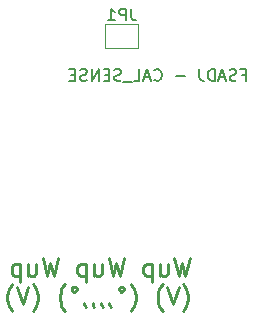
<source format=gbr>
%TF.GenerationSoftware,KiCad,Pcbnew,8.0.6*%
%TF.CreationDate,2025-05-09T15:02:35+02:00*%
%TF.ProjectId,pulse-shaping-extension-v1.1,70756c73-652d-4736-9861-70696e672d65,rev?*%
%TF.SameCoordinates,PX3d09000PY6590fa0*%
%TF.FileFunction,Legend,Bot*%
%TF.FilePolarity,Positive*%
%FSLAX46Y46*%
G04 Gerber Fmt 4.6, Leading zero omitted, Abs format (unit mm)*
G04 Created by KiCad (PCBNEW 8.0.6) date 2025-05-09 15:02:35*
%MOMM*%
%LPD*%
G01*
G04 APERTURE LIST*
%ADD10C,0.230000*%
%ADD11C,0.150000*%
%ADD12C,0.120000*%
G04 APERTURE END LIST*
D10*
X35884399Y6875448D02*
X35527256Y5375448D01*
X35527256Y5375448D02*
X35241542Y6446876D01*
X35241542Y6446876D02*
X34955827Y5375448D01*
X34955827Y5375448D02*
X34598685Y6875448D01*
X33384399Y6375448D02*
X33384399Y5375448D01*
X34027256Y6375448D02*
X34027256Y5589734D01*
X34027256Y5589734D02*
X33955827Y5446876D01*
X33955827Y5446876D02*
X33812970Y5375448D01*
X33812970Y5375448D02*
X33598684Y5375448D01*
X33598684Y5375448D02*
X33455827Y5446876D01*
X33455827Y5446876D02*
X33384399Y5518305D01*
X32670113Y6375448D02*
X32670113Y4875448D01*
X32670113Y6304019D02*
X32527256Y6375448D01*
X32527256Y6375448D02*
X32241541Y6375448D01*
X32241541Y6375448D02*
X32098684Y6304019D01*
X32098684Y6304019D02*
X32027256Y6232591D01*
X32027256Y6232591D02*
X31955827Y6089734D01*
X31955827Y6089734D02*
X31955827Y5661162D01*
X31955827Y5661162D02*
X32027256Y5518305D01*
X32027256Y5518305D02*
X32098684Y5446876D01*
X32098684Y5446876D02*
X32241541Y5375448D01*
X32241541Y5375448D02*
X32527256Y5375448D01*
X32527256Y5375448D02*
X32670113Y5446876D01*
X30312970Y6875448D02*
X29955827Y5375448D01*
X29955827Y5375448D02*
X29670113Y6446876D01*
X29670113Y6446876D02*
X29384398Y5375448D01*
X29384398Y5375448D02*
X29027256Y6875448D01*
X27812970Y6375448D02*
X27812970Y5375448D01*
X28455827Y6375448D02*
X28455827Y5589734D01*
X28455827Y5589734D02*
X28384398Y5446876D01*
X28384398Y5446876D02*
X28241541Y5375448D01*
X28241541Y5375448D02*
X28027255Y5375448D01*
X28027255Y5375448D02*
X27884398Y5446876D01*
X27884398Y5446876D02*
X27812970Y5518305D01*
X27098684Y6375448D02*
X27098684Y4875448D01*
X27098684Y6304019D02*
X26955827Y6375448D01*
X26955827Y6375448D02*
X26670112Y6375448D01*
X26670112Y6375448D02*
X26527255Y6304019D01*
X26527255Y6304019D02*
X26455827Y6232591D01*
X26455827Y6232591D02*
X26384398Y6089734D01*
X26384398Y6089734D02*
X26384398Y5661162D01*
X26384398Y5661162D02*
X26455827Y5518305D01*
X26455827Y5518305D02*
X26527255Y5446876D01*
X26527255Y5446876D02*
X26670112Y5375448D01*
X26670112Y5375448D02*
X26955827Y5375448D01*
X26955827Y5375448D02*
X27098684Y5446876D01*
X24741541Y6875448D02*
X24384398Y5375448D01*
X24384398Y5375448D02*
X24098684Y6446876D01*
X24098684Y6446876D02*
X23812969Y5375448D01*
X23812969Y5375448D02*
X23455827Y6875448D01*
X22241541Y6375448D02*
X22241541Y5375448D01*
X22884398Y6375448D02*
X22884398Y5589734D01*
X22884398Y5589734D02*
X22812969Y5446876D01*
X22812969Y5446876D02*
X22670112Y5375448D01*
X22670112Y5375448D02*
X22455826Y5375448D01*
X22455826Y5375448D02*
X22312969Y5446876D01*
X22312969Y5446876D02*
X22241541Y5518305D01*
X21527255Y6375448D02*
X21527255Y4875448D01*
X21527255Y6304019D02*
X21384398Y6375448D01*
X21384398Y6375448D02*
X21098683Y6375448D01*
X21098683Y6375448D02*
X20955826Y6304019D01*
X20955826Y6304019D02*
X20884398Y6232591D01*
X20884398Y6232591D02*
X20812969Y6089734D01*
X20812969Y6089734D02*
X20812969Y5661162D01*
X20812969Y5661162D02*
X20884398Y5518305D01*
X20884398Y5518305D02*
X20955826Y5446876D01*
X20955826Y5446876D02*
X21098683Y5375448D01*
X21098683Y5375448D02*
X21384398Y5375448D01*
X21384398Y5375448D02*
X21527255Y5446876D01*
X35312970Y2389103D02*
X35384399Y2460532D01*
X35384399Y2460532D02*
X35527256Y2674818D01*
X35527256Y2674818D02*
X35598685Y2817675D01*
X35598685Y2817675D02*
X35670113Y3031960D01*
X35670113Y3031960D02*
X35741542Y3389103D01*
X35741542Y3389103D02*
X35741542Y3674818D01*
X35741542Y3674818D02*
X35670113Y4031960D01*
X35670113Y4031960D02*
X35598685Y4246246D01*
X35598685Y4246246D02*
X35527256Y4389103D01*
X35527256Y4389103D02*
X35384399Y4603389D01*
X35384399Y4603389D02*
X35312970Y4674818D01*
X34955827Y4460532D02*
X34455827Y2960532D01*
X34455827Y2960532D02*
X33955827Y4460532D01*
X33598685Y2389103D02*
X33527256Y2460532D01*
X33527256Y2460532D02*
X33384399Y2674818D01*
X33384399Y2674818D02*
X33312971Y2817675D01*
X33312971Y2817675D02*
X33241542Y3031960D01*
X33241542Y3031960D02*
X33170113Y3389103D01*
X33170113Y3389103D02*
X33170113Y3674818D01*
X33170113Y3674818D02*
X33241542Y4031960D01*
X33241542Y4031960D02*
X33312971Y4246246D01*
X33312971Y4246246D02*
X33384399Y4389103D01*
X33384399Y4389103D02*
X33527256Y4603389D01*
X33527256Y4603389D02*
X33598685Y4674818D01*
X30884399Y2389103D02*
X30955828Y2460532D01*
X30955828Y2460532D02*
X31098685Y2674818D01*
X31098685Y2674818D02*
X31170114Y2817675D01*
X31170114Y2817675D02*
X31241542Y3031960D01*
X31241542Y3031960D02*
X31312971Y3389103D01*
X31312971Y3389103D02*
X31312971Y3674818D01*
X31312971Y3674818D02*
X31241542Y4031960D01*
X31241542Y4031960D02*
X31170114Y4246246D01*
X31170114Y4246246D02*
X31098685Y4389103D01*
X31098685Y4389103D02*
X30955828Y4603389D01*
X30955828Y4603389D02*
X30884399Y4674818D01*
X30098685Y4460532D02*
X30241542Y4389103D01*
X30241542Y4389103D02*
X30312971Y4246246D01*
X30312971Y4246246D02*
X30241542Y4103389D01*
X30241542Y4103389D02*
X30098685Y4031960D01*
X30098685Y4031960D02*
X29955828Y4103389D01*
X29955828Y4103389D02*
X29884399Y4246246D01*
X29884399Y4246246D02*
X29955828Y4389103D01*
X29955828Y4389103D02*
X30098685Y4460532D01*
X29098685Y3031960D02*
X29098685Y2960532D01*
X29098685Y2960532D02*
X29170114Y2817675D01*
X29170114Y2817675D02*
X29241542Y2746246D01*
X28384399Y3031960D02*
X28384399Y2960532D01*
X28384399Y2960532D02*
X28455828Y2817675D01*
X28455828Y2817675D02*
X28527256Y2746246D01*
X27670113Y3031960D02*
X27670113Y2960532D01*
X27670113Y2960532D02*
X27741542Y2817675D01*
X27741542Y2817675D02*
X27812970Y2746246D01*
X26955827Y3031960D02*
X26955827Y2960532D01*
X26955827Y2960532D02*
X27027256Y2817675D01*
X27027256Y2817675D02*
X27098684Y2746246D01*
X26098684Y4460532D02*
X26241541Y4389103D01*
X26241541Y4389103D02*
X26312970Y4246246D01*
X26312970Y4246246D02*
X26241541Y4103389D01*
X26241541Y4103389D02*
X26098684Y4031960D01*
X26098684Y4031960D02*
X25955827Y4103389D01*
X25955827Y4103389D02*
X25884398Y4246246D01*
X25884398Y4246246D02*
X25955827Y4389103D01*
X25955827Y4389103D02*
X26098684Y4460532D01*
X25312970Y2389103D02*
X25241541Y2460532D01*
X25241541Y2460532D02*
X25098684Y2674818D01*
X25098684Y2674818D02*
X25027256Y2817675D01*
X25027256Y2817675D02*
X24955827Y3031960D01*
X24955827Y3031960D02*
X24884398Y3389103D01*
X24884398Y3389103D02*
X24884398Y3674818D01*
X24884398Y3674818D02*
X24955827Y4031960D01*
X24955827Y4031960D02*
X25027256Y4246246D01*
X25027256Y4246246D02*
X25098684Y4389103D01*
X25098684Y4389103D02*
X25241541Y4603389D01*
X25241541Y4603389D02*
X25312970Y4674818D01*
X22598684Y2389103D02*
X22670113Y2460532D01*
X22670113Y2460532D02*
X22812970Y2674818D01*
X22812970Y2674818D02*
X22884399Y2817675D01*
X22884399Y2817675D02*
X22955827Y3031960D01*
X22955827Y3031960D02*
X23027256Y3389103D01*
X23027256Y3389103D02*
X23027256Y3674818D01*
X23027256Y3674818D02*
X22955827Y4031960D01*
X22955827Y4031960D02*
X22884399Y4246246D01*
X22884399Y4246246D02*
X22812970Y4389103D01*
X22812970Y4389103D02*
X22670113Y4603389D01*
X22670113Y4603389D02*
X22598684Y4674818D01*
X22241541Y4460532D02*
X21741541Y2960532D01*
X21741541Y2960532D02*
X21241541Y4460532D01*
X20884399Y2389103D02*
X20812970Y2460532D01*
X20812970Y2460532D02*
X20670113Y2674818D01*
X20670113Y2674818D02*
X20598685Y2817675D01*
X20598685Y2817675D02*
X20527256Y3031960D01*
X20527256Y3031960D02*
X20455827Y3389103D01*
X20455827Y3389103D02*
X20455827Y3674818D01*
X20455827Y3674818D02*
X20527256Y4031960D01*
X20527256Y4031960D02*
X20598685Y4246246D01*
X20598685Y4246246D02*
X20670113Y4389103D01*
X20670113Y4389103D02*
X20812970Y4603389D01*
X20812970Y4603389D02*
X20884399Y4674818D01*
D11*
X40329887Y22403991D02*
X40663220Y22403991D01*
X40663220Y21880181D02*
X40663220Y22880181D01*
X40663220Y22880181D02*
X40187030Y22880181D01*
X39853696Y21927800D02*
X39710839Y21880181D01*
X39710839Y21880181D02*
X39472744Y21880181D01*
X39472744Y21880181D02*
X39377506Y21927800D01*
X39377506Y21927800D02*
X39329887Y21975420D01*
X39329887Y21975420D02*
X39282268Y22070658D01*
X39282268Y22070658D02*
X39282268Y22165896D01*
X39282268Y22165896D02*
X39329887Y22261134D01*
X39329887Y22261134D02*
X39377506Y22308753D01*
X39377506Y22308753D02*
X39472744Y22356372D01*
X39472744Y22356372D02*
X39663220Y22403991D01*
X39663220Y22403991D02*
X39758458Y22451610D01*
X39758458Y22451610D02*
X39806077Y22499229D01*
X39806077Y22499229D02*
X39853696Y22594467D01*
X39853696Y22594467D02*
X39853696Y22689705D01*
X39853696Y22689705D02*
X39806077Y22784943D01*
X39806077Y22784943D02*
X39758458Y22832562D01*
X39758458Y22832562D02*
X39663220Y22880181D01*
X39663220Y22880181D02*
X39425125Y22880181D01*
X39425125Y22880181D02*
X39282268Y22832562D01*
X38901315Y22165896D02*
X38425125Y22165896D01*
X38996553Y21880181D02*
X38663220Y22880181D01*
X38663220Y22880181D02*
X38329887Y21880181D01*
X37996553Y21880181D02*
X37996553Y22880181D01*
X37996553Y22880181D02*
X37758458Y22880181D01*
X37758458Y22880181D02*
X37615601Y22832562D01*
X37615601Y22832562D02*
X37520363Y22737324D01*
X37520363Y22737324D02*
X37472744Y22642086D01*
X37472744Y22642086D02*
X37425125Y22451610D01*
X37425125Y22451610D02*
X37425125Y22308753D01*
X37425125Y22308753D02*
X37472744Y22118277D01*
X37472744Y22118277D02*
X37520363Y22023039D01*
X37520363Y22023039D02*
X37615601Y21927800D01*
X37615601Y21927800D02*
X37758458Y21880181D01*
X37758458Y21880181D02*
X37996553Y21880181D01*
X36710839Y22880181D02*
X36710839Y22165896D01*
X36710839Y22165896D02*
X36758458Y22023039D01*
X36758458Y22023039D02*
X36853696Y21927800D01*
X36853696Y21927800D02*
X36996553Y21880181D01*
X36996553Y21880181D02*
X37091791Y21880181D01*
X35472743Y22261134D02*
X34710839Y22261134D01*
X32901315Y21975420D02*
X32948934Y21927800D01*
X32948934Y21927800D02*
X33091791Y21880181D01*
X33091791Y21880181D02*
X33187029Y21880181D01*
X33187029Y21880181D02*
X33329886Y21927800D01*
X33329886Y21927800D02*
X33425124Y22023039D01*
X33425124Y22023039D02*
X33472743Y22118277D01*
X33472743Y22118277D02*
X33520362Y22308753D01*
X33520362Y22308753D02*
X33520362Y22451610D01*
X33520362Y22451610D02*
X33472743Y22642086D01*
X33472743Y22642086D02*
X33425124Y22737324D01*
X33425124Y22737324D02*
X33329886Y22832562D01*
X33329886Y22832562D02*
X33187029Y22880181D01*
X33187029Y22880181D02*
X33091791Y22880181D01*
X33091791Y22880181D02*
X32948934Y22832562D01*
X32948934Y22832562D02*
X32901315Y22784943D01*
X32520362Y22165896D02*
X32044172Y22165896D01*
X32615600Y21880181D02*
X32282267Y22880181D01*
X32282267Y22880181D02*
X31948934Y21880181D01*
X31139410Y21880181D02*
X31615600Y21880181D01*
X31615600Y21880181D02*
X31615600Y22880181D01*
X31044172Y21784943D02*
X30282267Y21784943D01*
X30091790Y21927800D02*
X29948933Y21880181D01*
X29948933Y21880181D02*
X29710838Y21880181D01*
X29710838Y21880181D02*
X29615600Y21927800D01*
X29615600Y21927800D02*
X29567981Y21975420D01*
X29567981Y21975420D02*
X29520362Y22070658D01*
X29520362Y22070658D02*
X29520362Y22165896D01*
X29520362Y22165896D02*
X29567981Y22261134D01*
X29567981Y22261134D02*
X29615600Y22308753D01*
X29615600Y22308753D02*
X29710838Y22356372D01*
X29710838Y22356372D02*
X29901314Y22403991D01*
X29901314Y22403991D02*
X29996552Y22451610D01*
X29996552Y22451610D02*
X30044171Y22499229D01*
X30044171Y22499229D02*
X30091790Y22594467D01*
X30091790Y22594467D02*
X30091790Y22689705D01*
X30091790Y22689705D02*
X30044171Y22784943D01*
X30044171Y22784943D02*
X29996552Y22832562D01*
X29996552Y22832562D02*
X29901314Y22880181D01*
X29901314Y22880181D02*
X29663219Y22880181D01*
X29663219Y22880181D02*
X29520362Y22832562D01*
X29091790Y22403991D02*
X28758457Y22403991D01*
X28615600Y21880181D02*
X29091790Y21880181D01*
X29091790Y21880181D02*
X29091790Y22880181D01*
X29091790Y22880181D02*
X28615600Y22880181D01*
X28187028Y21880181D02*
X28187028Y22880181D01*
X28187028Y22880181D02*
X27615600Y21880181D01*
X27615600Y21880181D02*
X27615600Y22880181D01*
X27187028Y21927800D02*
X27044171Y21880181D01*
X27044171Y21880181D02*
X26806076Y21880181D01*
X26806076Y21880181D02*
X26710838Y21927800D01*
X26710838Y21927800D02*
X26663219Y21975420D01*
X26663219Y21975420D02*
X26615600Y22070658D01*
X26615600Y22070658D02*
X26615600Y22165896D01*
X26615600Y22165896D02*
X26663219Y22261134D01*
X26663219Y22261134D02*
X26710838Y22308753D01*
X26710838Y22308753D02*
X26806076Y22356372D01*
X26806076Y22356372D02*
X26996552Y22403991D01*
X26996552Y22403991D02*
X27091790Y22451610D01*
X27091790Y22451610D02*
X27139409Y22499229D01*
X27139409Y22499229D02*
X27187028Y22594467D01*
X27187028Y22594467D02*
X27187028Y22689705D01*
X27187028Y22689705D02*
X27139409Y22784943D01*
X27139409Y22784943D02*
X27091790Y22832562D01*
X27091790Y22832562D02*
X26996552Y22880181D01*
X26996552Y22880181D02*
X26758457Y22880181D01*
X26758457Y22880181D02*
X26615600Y22832562D01*
X26187028Y22403991D02*
X25853695Y22403991D01*
X25710838Y21880181D02*
X26187028Y21880181D01*
X26187028Y21880181D02*
X26187028Y22880181D01*
X26187028Y22880181D02*
X25710838Y22880181D01*
X30958333Y27995181D02*
X30958333Y27280896D01*
X30958333Y27280896D02*
X31005952Y27138039D01*
X31005952Y27138039D02*
X31101190Y27042800D01*
X31101190Y27042800D02*
X31244047Y26995181D01*
X31244047Y26995181D02*
X31339285Y26995181D01*
X30482142Y26995181D02*
X30482142Y27995181D01*
X30482142Y27995181D02*
X30101190Y27995181D01*
X30101190Y27995181D02*
X30005952Y27947562D01*
X30005952Y27947562D02*
X29958333Y27899943D01*
X29958333Y27899943D02*
X29910714Y27804705D01*
X29910714Y27804705D02*
X29910714Y27661848D01*
X29910714Y27661848D02*
X29958333Y27566610D01*
X29958333Y27566610D02*
X30005952Y27518991D01*
X30005952Y27518991D02*
X30101190Y27471372D01*
X30101190Y27471372D02*
X30482142Y27471372D01*
X28958333Y26995181D02*
X29529761Y26995181D01*
X29244047Y26995181D02*
X29244047Y27995181D01*
X29244047Y27995181D02*
X29339285Y27852324D01*
X29339285Y27852324D02*
X29434523Y27757086D01*
X29434523Y27757086D02*
X29529761Y27709467D01*
D12*
%TO.C,JP1*%
X28725000Y26650000D02*
X31525000Y26650000D01*
X28725000Y24650000D02*
X28725000Y26650000D01*
X31525000Y26650000D02*
X31525000Y24650000D01*
X31525000Y24650000D02*
X28725000Y24650000D01*
%TD*%
M02*

</source>
